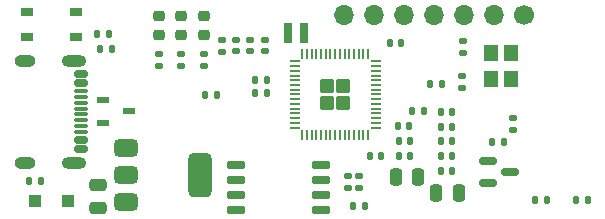
<source format=gtp>
G04 #@! TF.GenerationSoftware,KiCad,Pcbnew,8.0.4*
G04 #@! TF.CreationDate,2024-10-03T21:35:34+02:00*
G04 #@! TF.ProjectId,Midi Stick,4d696469-2053-4746-9963-6b2e6b696361,2.0*
G04 #@! TF.SameCoordinates,Original*
G04 #@! TF.FileFunction,Paste,Top*
G04 #@! TF.FilePolarity,Positive*
%FSLAX46Y46*%
G04 Gerber Fmt 4.6, Leading zero omitted, Abs format (unit mm)*
G04 Created by KiCad (PCBNEW 8.0.4) date 2024-10-03 21:35:34*
%MOMM*%
%LPD*%
G01*
G04 APERTURE LIST*
G04 Aperture macros list*
%AMRoundRect*
0 Rectangle with rounded corners*
0 $1 Rounding radius*
0 $2 $3 $4 $5 $6 $7 $8 $9 X,Y pos of 4 corners*
0 Add a 4 corners polygon primitive as box body*
4,1,4,$2,$3,$4,$5,$6,$7,$8,$9,$2,$3,0*
0 Add four circle primitives for the rounded corners*
1,1,$1+$1,$2,$3*
1,1,$1+$1,$4,$5*
1,1,$1+$1,$6,$7*
1,1,$1+$1,$8,$9*
0 Add four rect primitives between the rounded corners*
20,1,$1+$1,$2,$3,$4,$5,0*
20,1,$1+$1,$4,$5,$6,$7,0*
20,1,$1+$1,$6,$7,$8,$9,0*
20,1,$1+$1,$8,$9,$2,$3,0*%
%AMFreePoly0*
4,1,18,-0.437500,0.050000,-0.433694,0.069134,-0.422855,0.085355,-0.406634,0.096194,-0.387500,0.100000,0.387500,0.100000,0.437500,0.050000,0.437500,-0.050000,0.433694,-0.069134,0.422855,-0.085355,0.406634,-0.096194,0.387500,-0.100000,-0.387500,-0.100000,-0.406634,-0.096194,-0.422855,-0.085355,-0.433694,-0.069134,-0.437500,-0.050000,-0.437500,0.050000,-0.437500,0.050000,$1*%
%AMFreePoly1*
4,1,18,-0.437500,0.050000,-0.433694,0.069134,-0.422855,0.085355,-0.406634,0.096194,-0.387500,0.100000,0.387500,0.100000,0.406634,0.096194,0.422855,0.085355,0.433694,0.069134,0.437500,0.050000,0.437500,-0.050000,0.387500,-0.100000,-0.387500,-0.100000,-0.406634,-0.096194,-0.422855,-0.085355,-0.433694,-0.069134,-0.437500,-0.050000,-0.437500,0.050000,-0.437500,0.050000,$1*%
%AMFreePoly2*
4,1,18,-0.100000,0.387500,-0.050000,0.437500,0.050000,0.437500,0.069134,0.433694,0.085355,0.422855,0.096194,0.406634,0.100000,0.387500,0.100000,-0.387500,0.096194,-0.406634,0.085355,-0.422855,0.069134,-0.433694,0.050000,-0.437500,-0.050000,-0.437500,-0.069134,-0.433694,-0.085355,-0.422855,-0.096194,-0.406634,-0.100000,-0.387500,-0.100000,0.387500,-0.100000,0.387500,$1*%
%AMFreePoly3*
4,1,18,-0.100000,0.387500,-0.096194,0.406634,-0.085355,0.422855,-0.069134,0.433694,-0.050000,0.437500,0.050000,0.437500,0.100000,0.387500,0.100000,-0.387500,0.096194,-0.406634,0.085355,-0.422855,0.069134,-0.433694,0.050000,-0.437500,-0.050000,-0.437500,-0.069134,-0.433694,-0.085355,-0.422855,-0.096194,-0.406634,-0.100000,-0.387500,-0.100000,0.387500,-0.100000,0.387500,$1*%
%AMFreePoly4*
4,1,18,-0.437500,0.050000,-0.433694,0.069134,-0.422855,0.085355,-0.406634,0.096194,-0.387500,0.100000,0.387500,0.100000,0.406634,0.096194,0.422855,0.085355,0.433694,0.069134,0.437500,0.050000,0.437500,-0.050000,0.433694,-0.069134,0.422855,-0.085355,0.406634,-0.096194,0.387500,-0.100000,-0.387500,-0.100000,-0.437500,-0.050000,-0.437500,0.050000,-0.437500,0.050000,$1*%
%AMFreePoly5*
4,1,18,-0.437500,0.050000,-0.387500,0.100000,0.387500,0.100000,0.406634,0.096194,0.422855,0.085355,0.433694,0.069134,0.437500,0.050000,0.437500,-0.050000,0.433694,-0.069134,0.422855,-0.085355,0.406634,-0.096194,0.387500,-0.100000,-0.387500,-0.100000,-0.406634,-0.096194,-0.422855,-0.085355,-0.433694,-0.069134,-0.437500,-0.050000,-0.437500,0.050000,-0.437500,0.050000,$1*%
%AMFreePoly6*
4,1,18,-0.100000,0.387500,-0.096194,0.406634,-0.085355,0.422855,-0.069134,0.433694,-0.050000,0.437500,0.050000,0.437500,0.069134,0.433694,0.085355,0.422855,0.096194,0.406634,0.100000,0.387500,0.100000,-0.387500,0.050000,-0.437500,-0.050000,-0.437500,-0.069134,-0.433694,-0.085355,-0.422855,-0.096194,-0.406634,-0.100000,-0.387500,-0.100000,0.387500,-0.100000,0.387500,$1*%
%AMFreePoly7*
4,1,18,-0.100000,0.387500,-0.096194,0.406634,-0.085355,0.422855,-0.069134,0.433694,-0.050000,0.437500,0.050000,0.437500,0.069134,0.433694,0.085355,0.422855,0.096194,0.406634,0.100000,0.387500,0.100000,-0.387500,0.096194,-0.406634,0.085355,-0.422855,0.069134,-0.433694,0.050000,-0.437500,-0.050000,-0.437500,-0.100000,-0.387500,-0.100000,0.387500,-0.100000,0.387500,$1*%
G04 Aperture macros list end*
%ADD10RoundRect,0.140000X-0.140000X-0.170000X0.140000X-0.170000X0.140000X0.170000X-0.140000X0.170000X0*%
%ADD11RoundRect,0.140000X0.170000X-0.140000X0.170000X0.140000X-0.170000X0.140000X-0.170000X-0.140000X0*%
%ADD12R,1.050000X0.600000*%
%ADD13RoundRect,0.250000X0.250000X0.475000X-0.250000X0.475000X-0.250000X-0.475000X0.250000X-0.475000X0*%
%ADD14RoundRect,0.135000X-0.185000X0.135000X-0.185000X-0.135000X0.185000X-0.135000X0.185000X0.135000X0*%
%ADD15RoundRect,0.135000X-0.135000X-0.185000X0.135000X-0.185000X0.135000X0.185000X-0.135000X0.185000X0*%
%ADD16RoundRect,0.135000X0.135000X0.185000X-0.135000X0.185000X-0.135000X-0.185000X0.135000X-0.185000X0*%
%ADD17RoundRect,0.135000X0.185000X-0.135000X0.185000X0.135000X-0.185000X0.135000X-0.185000X-0.135000X0*%
%ADD18RoundRect,0.250000X0.475000X-0.250000X0.475000X0.250000X-0.475000X0.250000X-0.475000X-0.250000X0*%
%ADD19RoundRect,0.150000X0.650000X0.150000X-0.650000X0.150000X-0.650000X-0.150000X0.650000X-0.150000X0*%
%ADD20R,1.200000X1.400000*%
%ADD21RoundRect,0.140000X0.140000X0.170000X-0.140000X0.170000X-0.140000X-0.170000X0.140000X-0.170000X0*%
%ADD22RoundRect,0.218750X0.256250X-0.218750X0.256250X0.218750X-0.256250X0.218750X-0.256250X-0.218750X0*%
%ADD23RoundRect,0.250000X0.300000X0.300000X-0.300000X0.300000X-0.300000X-0.300000X0.300000X-0.300000X0*%
%ADD24RoundRect,0.140000X-0.170000X0.140000X-0.170000X-0.140000X0.170000X-0.140000X0.170000X0.140000X0*%
%ADD25RoundRect,0.150000X-0.587500X-0.150000X0.587500X-0.150000X0.587500X0.150000X-0.587500X0.150000X0*%
%ADD26RoundRect,0.250000X0.350000X-0.350000X0.350000X0.350000X-0.350000X0.350000X-0.350000X-0.350000X0*%
%ADD27FreePoly0,90.000000*%
%ADD28RoundRect,0.050000X0.050000X-0.387500X0.050000X0.387500X-0.050000X0.387500X-0.050000X-0.387500X0*%
%ADD29FreePoly1,90.000000*%
%ADD30FreePoly2,90.000000*%
%ADD31RoundRect,0.050000X0.387500X-0.050000X0.387500X0.050000X-0.387500X0.050000X-0.387500X-0.050000X0*%
%ADD32FreePoly3,90.000000*%
%ADD33FreePoly4,90.000000*%
%ADD34FreePoly5,90.000000*%
%ADD35FreePoly6,90.000000*%
%ADD36FreePoly7,90.000000*%
%ADD37R,1.050000X0.650000*%
%ADD38C,1.700000*%
%ADD39O,1.700000X1.700000*%
%ADD40R,0.700000X1.700000*%
%ADD41RoundRect,0.150000X-0.425000X0.150000X-0.425000X-0.150000X0.425000X-0.150000X0.425000X0.150000X0*%
%ADD42RoundRect,0.075000X-0.500000X0.075000X-0.500000X-0.075000X0.500000X-0.075000X0.500000X0.075000X0*%
%ADD43O,2.100000X1.000000*%
%ADD44O,1.800000X1.000000*%
%ADD45RoundRect,0.375000X-0.625000X-0.375000X0.625000X-0.375000X0.625000X0.375000X-0.625000X0.375000X0*%
%ADD46RoundRect,0.500000X-0.500000X-1.400000X0.500000X-1.400000X0.500000X1.400000X-0.500000X1.400000X0*%
G04 APERTURE END LIST*
D10*
X124502600Y-71152600D03*
X125462600Y-71152600D03*
D11*
X96902600Y-58602600D03*
X96902600Y-57642600D03*
D12*
X84452600Y-62742600D03*
X84452600Y-64642600D03*
X86652600Y-63692600D03*
D10*
X107002600Y-67477600D03*
X107962600Y-67477600D03*
D13*
X114532600Y-70577600D03*
X112632600Y-70577600D03*
D14*
X106107600Y-69157600D03*
X106107600Y-70177600D03*
D15*
X97267600Y-61052600D03*
X98287600Y-61052600D03*
D16*
X121992600Y-71152600D03*
X120972600Y-71152600D03*
D17*
X94502600Y-58632600D03*
X94502600Y-57612600D03*
D15*
X117322600Y-66252600D03*
X118342600Y-66252600D03*
D18*
X84007600Y-71852600D03*
X84007600Y-69952600D03*
D10*
X113052600Y-66202600D03*
X114012600Y-66202600D03*
D19*
X102882600Y-72052600D03*
X102882600Y-70782600D03*
X102882600Y-69512600D03*
X102882600Y-68242600D03*
X95682600Y-68242600D03*
X95682600Y-69512600D03*
X95682600Y-70782600D03*
X95682600Y-72052600D03*
D17*
X89132600Y-59870100D03*
X89132600Y-58850100D03*
D20*
X118986241Y-60902600D03*
X118986241Y-58702600D03*
X117286241Y-58702600D03*
X117286241Y-60902600D03*
D14*
X119157600Y-64267600D03*
X119157600Y-65287600D03*
D10*
X110627600Y-63627600D03*
X111587600Y-63627600D03*
D21*
X114012600Y-68702600D03*
X113052600Y-68702600D03*
D22*
X92942600Y-57202600D03*
X92942600Y-55627600D03*
D21*
X114012600Y-67452600D03*
X113052600Y-67452600D03*
D23*
X81457600Y-71252600D03*
X78657600Y-71252600D03*
D22*
X91037600Y-57202600D03*
X91037600Y-55627600D03*
D10*
X113052600Y-63752600D03*
X114012600Y-63752600D03*
D24*
X95702600Y-57617600D03*
X95702600Y-58577600D03*
D10*
X108727600Y-57927600D03*
X109687600Y-57927600D03*
D25*
X117020100Y-67877600D03*
X117020100Y-69777600D03*
X118895100Y-68827600D03*
D22*
X89132600Y-57202600D03*
X89132600Y-55627600D03*
D26*
X103382600Y-62952600D03*
X104782600Y-62952600D03*
X103382600Y-61552600D03*
X104782600Y-61552600D03*
D27*
X101282600Y-65690100D03*
D28*
X101682600Y-65690100D03*
X102082600Y-65690100D03*
X102482600Y-65690100D03*
X102882600Y-65690100D03*
X103282600Y-65690100D03*
X103682600Y-65690100D03*
X104082600Y-65690100D03*
X104482600Y-65690100D03*
X104882600Y-65690100D03*
X105282600Y-65690100D03*
X105682600Y-65690100D03*
X106082600Y-65690100D03*
X106482600Y-65690100D03*
D29*
X106882600Y-65690100D03*
D30*
X107520100Y-65052600D03*
D31*
X107520100Y-64652600D03*
X107520100Y-64252600D03*
X107520100Y-63852600D03*
X107520100Y-63452600D03*
X107520100Y-63052600D03*
X107520100Y-62652600D03*
X107520100Y-62252600D03*
X107520100Y-61852600D03*
X107520100Y-61452600D03*
X107520100Y-61052600D03*
X107520100Y-60652600D03*
X107520100Y-60252600D03*
X107520100Y-59852600D03*
D32*
X107520100Y-59452600D03*
D33*
X106882600Y-58815100D03*
D28*
X106482600Y-58815100D03*
X106082600Y-58815100D03*
X105682600Y-58815100D03*
X105282600Y-58815100D03*
X104882600Y-58815100D03*
X104482600Y-58815100D03*
X104082600Y-58815100D03*
X103682600Y-58815100D03*
X103282600Y-58815100D03*
X102882600Y-58815100D03*
X102482600Y-58815100D03*
X102082600Y-58815100D03*
X101682600Y-58815100D03*
D34*
X101282600Y-58815100D03*
D35*
X100645100Y-59452600D03*
D31*
X100645100Y-59852600D03*
X100645100Y-60252600D03*
X100645100Y-60652600D03*
X100645100Y-61052600D03*
X100645100Y-61452600D03*
X100645100Y-61852600D03*
X100645100Y-62252600D03*
X100645100Y-62652600D03*
X100645100Y-63052600D03*
X100645100Y-63452600D03*
X100645100Y-63852600D03*
X100645100Y-64252600D03*
X100645100Y-64652600D03*
D36*
X100645100Y-65052600D03*
D37*
X78007600Y-55277600D03*
X82157600Y-55277600D03*
X78007600Y-57427600D03*
X82132600Y-57427600D03*
D10*
X113052600Y-64977600D03*
X114012600Y-64977600D03*
D16*
X84917600Y-57102600D03*
X83897600Y-57102600D03*
D21*
X110362600Y-64952600D03*
X109402600Y-64952600D03*
D17*
X92982600Y-59870100D03*
X92982600Y-58850100D03*
D38*
X120042600Y-55502600D03*
D39*
X117502600Y-55502600D03*
X114962600Y-55502600D03*
X112422600Y-55502600D03*
X109882600Y-55502600D03*
X107342600Y-55502600D03*
X104802600Y-55502600D03*
D24*
X114857600Y-60702600D03*
X114857600Y-61662600D03*
D40*
X101482600Y-57052600D03*
X100082600Y-57052600D03*
D13*
X111107600Y-69277600D03*
X109207600Y-69277600D03*
D21*
X110412600Y-66202600D03*
X109452600Y-66202600D03*
D11*
X98102600Y-58577600D03*
X98102600Y-57617600D03*
D15*
X84197600Y-58427600D03*
X85217600Y-58427600D03*
X112147600Y-61402600D03*
X113167600Y-61402600D03*
D11*
X114882600Y-58707600D03*
X114882600Y-57747600D03*
D16*
X106617600Y-71727600D03*
X105597600Y-71727600D03*
D41*
X82582600Y-60496714D03*
X82582600Y-61296714D03*
D42*
X82582600Y-62446714D03*
X82582600Y-63446714D03*
X82582600Y-63946714D03*
X82582600Y-64946714D03*
D41*
X82582600Y-66096714D03*
X82582600Y-66896714D03*
X82582600Y-66896714D03*
X82582600Y-66096714D03*
D42*
X82582600Y-65446714D03*
X82582600Y-64446714D03*
X82582600Y-62946714D03*
X82582600Y-61946714D03*
D41*
X82582600Y-61296714D03*
X82582600Y-60496714D03*
D43*
X82007600Y-59376714D03*
D44*
X77827600Y-59376714D03*
D43*
X82007600Y-68016714D03*
D44*
X77827600Y-68016714D03*
D21*
X110437600Y-67502600D03*
X109477600Y-67502600D03*
D15*
X97267600Y-62152600D03*
X98287600Y-62152600D03*
X78172600Y-69552600D03*
X79192600Y-69552600D03*
D14*
X105157600Y-69167600D03*
X105157600Y-70187600D03*
D21*
X94037600Y-62327600D03*
X93077600Y-62327600D03*
D45*
X86332600Y-66752600D03*
X86332600Y-69052600D03*
D46*
X92632600Y-69052600D03*
D45*
X86332600Y-71352600D03*
D17*
X91057600Y-59870100D03*
X91057600Y-58850100D03*
M02*

</source>
